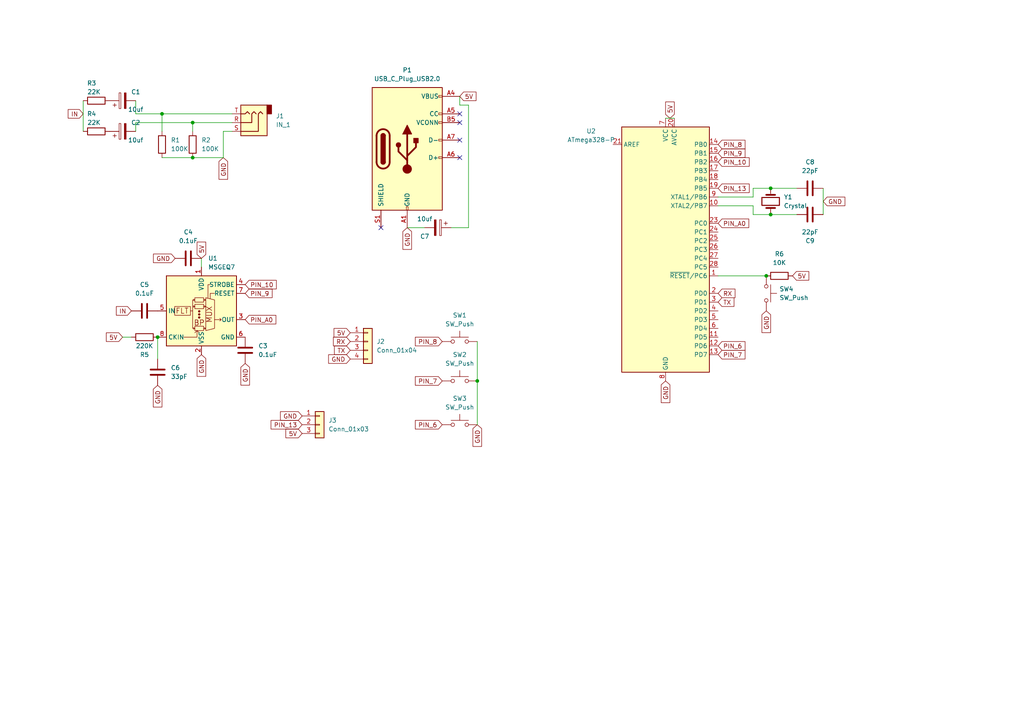
<source format=kicad_sch>
(kicad_sch (version 20230121) (generator eeschema)
  (paper "A4")
  (lib_symbols
    (symbol "Audio:MSGEQ7"
      (property "Reference" "U" (at -2.54 13.97 0))
      (property "Value" "MSGEQ7" (at -2.54 11.43 0))
      (symbol "MSGEQ7_0_0"
        (polyline (pts (xy -5.08 -7.62) (xy -1.27 -7.62) (xy -1.27 -5.715)))
        (polyline (pts (xy -1.905 -6.35) (xy -1.27 -5.715) (xy -0.635 -6.35)))
        (polyline (pts (xy 2.54 7.62) (xy 1.905 7.62) (xy 1.905 3.683)))
        (polyline (pts (xy 3.81 5.08) (xy 2.54 5.08) (xy 2.54 3.556)))
        (text "BP" (at -0.635 -3.429 0) (effects (font (size 1.524 1.524))))
        (text "FLT" (at -5.588 0 0) (effects (font (size 1.524 1.524))))
        (text "MUX" (at 2.286 -1.016 900) (effects (font (size 1.524 1.524))))
      )
      (symbol "MSGEQ7_0_1"
        (rectangle (start -3.175 -1.27) (end -7.747 1.27))
        (rectangle (start -1.905 -4.445) (end 0.635 -5.715))
        (rectangle (start -1.905 1.905) (end 0.635 0.635))
        (circle (center -0.635 -1.905) (radius 0.254) (fill (type outline)))
        (circle (center -0.635 -1.016) (radius 0.254) (fill (type outline)))
        (circle (center -0.635 -0.127) (radius 0.254) (fill (type outline)))
        (polyline (pts (xy -3.175 0) (xy -2.54 0)))
        (polyline (pts (xy -2.54 1.27) (xy -1.905 1.27)))
        (polyline (pts (xy 0.635 -5.08) (xy 1.27 -5.08)))
        (polyline (pts (xy 0.635 1.27) (xy 1.27 1.27)))
        (polyline (pts (xy 0.635 3.175) (xy 1.27 3.175)))
        (polyline (pts (xy 3.81 -2.54) (xy 5.715 -2.54)))
        (polyline (pts (xy 5.715 -2.54) (xy 5.334 -2.921)))
        (polyline (pts (xy 5.715 -2.54) (xy 5.334 -2.159)))
        (polyline (pts (xy -2.286 -4.826) (xy -2.032 -5.08) (xy -2.286 -5.334)))
        (polyline (pts (xy -2.286 1.524) (xy -2.032 1.27) (xy -2.286 1.016)))
        (polyline (pts (xy -2.286 3.429) (xy -2.032 3.175) (xy -2.286 2.921)))
        (polyline (pts (xy 0.889 -4.826) (xy 1.143 -5.08) (xy 0.889 -5.334)))
        (polyline (pts (xy 0.889 1.524) (xy 1.143 1.27) (xy 0.889 1.016)))
        (polyline (pts (xy 0.889 3.429) (xy 1.143 3.175) (xy 0.889 2.921)))
        (polyline (pts (xy -1.905 3.175) (xy -2.54 3.175) (xy -2.54 -5.08) (xy -1.905 -5.08)))
        (polyline (pts (xy 1.27 3.81) (xy 1.27 -5.715) (xy 3.81 -5.08) (xy 3.81 3.175) (xy 1.27 3.81)))
        (rectangle (start 0.635 2.54) (end -1.905 3.81))
        (rectangle (start 10.16 10.16) (end -10.16 -10.16) (stroke (width 0.254)) (fill (type background)))
      )
      (symbol "MSGEQ7_1_1"
        (pin power_in line (at 0 12.7 270) (length 2.54) (name "VDD") (number "1"))
        (pin power_in line (at 0 -12.7 90) (length 2.54) (name "VSS") (number "2"))
        (pin output line (at 12.7 -2.54 180) (length 2.54) (name "OUT") (number "3"))
        (pin input line (at 12.7 7.62 180) (length 2.54) (name "STROBE") (number "4"))
        (pin input line (at -12.7 0 0) (length 2.54) (name "IN") (number "5"))
        (pin power_out line (at 12.7 -7.62 180) (length 2.54) (name "GND") (number "6"))
        (pin input line (at 12.7 5.08 180) (length 2.54) (name "RESET") (number "7"))
        (pin input line (at -12.7 -7.62 0) (length 2.54) (name "CKIN") (number "8"))
      )
    )
    (symbol "Connector:USB_C_Plug_USB2.0" (pin_names (offset 1.016))
      (property "Reference" "P" (at -10.16 19.05 0))
      (property "Value" "USB_C_Plug_USB2.0" (at 12.7 19.05 0))
      (symbol "USB_C_Plug_USB2.0_0_0"
        (rectangle (start -0.254 -17.78) (end 0.254 -16.764))
        (rectangle (start 10.16 -2.286) (end 9.144 -2.794))
        (rectangle (start 10.16 2.794) (end 9.144 2.286))
        (rectangle (start 10.16 7.874) (end 9.144 7.366))
        (rectangle (start 10.16 10.414) (end 9.144 9.906))
        (rectangle (start 10.16 15.494) (end 9.144 14.986))
      )
      (symbol "USB_C_Plug_USB2.0_0_1"
        (rectangle (start -10.16 17.78) (end 10.16 -17.78) (stroke (width 0.254)) (fill (type background)))
        (arc (start -8.89 -3.81) (mid -6.985 -5.7067) (end -5.08 -3.81) (stroke (width 0.508)))
        (arc (start -7.62 -3.81) (mid -6.985 -4.4423) (end -6.35 -3.81) (stroke (width 0.254)))
        (arc (start -7.62 -3.81) (mid -6.985 -4.4423) (end -6.35 -3.81) (stroke (width 0.254)) (fill (type outline)))
        (rectangle (start -7.62 -3.81) (end -6.35 3.81) (stroke (width 0.254)) (fill (type outline)))
        (arc (start -6.35 3.81) (mid -6.985 4.4423) (end -7.62 3.81) (stroke (width 0.254)))
        (arc (start -6.35 3.81) (mid -6.985 4.4423) (end -7.62 3.81) (stroke (width 0.254)) (fill (type outline)))
        (arc (start -5.08 3.81) (mid -6.985 5.7067) (end -8.89 3.81) (stroke (width 0.508)))
        (circle (center -2.54 1.143) (radius 0.635) (stroke (width 0.254)) (fill (type outline)))
        (circle (center 0 -5.842) (radius 1.27) (fill (type outline)))
        (polyline (pts (xy -8.89 -3.81) (xy -8.89 3.81)) (stroke (width 0.508)))
        (polyline (pts (xy -5.08 3.81) (xy -5.08 -3.81)) (stroke (width 0.508)))
        (polyline (pts (xy 0 -5.842) (xy 0 4.318)) (stroke (width 0.508)))
        (polyline (pts (xy 0 -3.302) (xy -2.54 -0.762) (xy -2.54 0.508)) (stroke (width 0.508)))
        (polyline (pts (xy 0 -2.032) (xy 2.54 0.508) (xy 2.54 1.778)) (stroke (width 0.508)))
        (polyline (pts (xy -1.27 4.318) (xy 0 6.858) (xy 1.27 4.318) (xy -1.27 4.318)) (stroke (width 0.254)) (fill (type outline)))
        (rectangle (start 1.905 1.778) (end 3.175 3.048) (stroke (width 0.254)) (fill (type outline)))
      )
      (symbol "USB_C_Plug_USB2.0_1_1"
        (pin passive line (at 0 -22.86 90) (length 5.08) (name "GND") (number "A1"))
        (pin passive line (at 0 -22.86 90) (length 5.08) hide (name "GND") (number "A12"))
        (pin passive line (at 15.24 15.24 180) (length 5.08) (name "VBUS") (number "A4"))
        (pin bidirectional line (at 15.24 10.16 180) (length 5.08) (name "CC") (number "A5"))
        (pin bidirectional line (at 15.24 -2.54 180) (length 5.08) (name "D+") (number "A6"))
        (pin bidirectional line (at 15.24 2.54 180) (length 5.08) (name "D-") (number "A7"))
        (pin passive line (at 15.24 15.24 180) (length 5.08) hide (name "VBUS") (number "A9"))
        (pin passive line (at 0 -22.86 90) (length 5.08) hide (name "GND") (number "B1"))
        (pin passive line (at 0 -22.86 90) (length 5.08) hide (name "GND") (number "B12"))
        (pin passive line (at 15.24 15.24 180) (length 5.08) hide (name "VBUS") (number "B4"))
        (pin bidirectional line (at 15.24 7.62 180) (length 5.08) (name "VCONN") (number "B5"))
        (pin passive line (at 15.24 15.24 180) (length 5.08) hide (name "VBUS") (number "B9"))
        (pin passive line (at -7.62 -22.86 90) (length 5.08) (name "SHIELD") (number "S1"))
      )
    )
    (symbol "Connector_Audio:AudioJack3"
      (property "Reference" "J" (at 0 8.89 0))
      (property "Value" "AudioJack3" (at 0 6.35 0))
      (symbol "AudioJack3_0_1"
        (rectangle (start -5.08 -5.08) (end -6.35 -2.54) (stroke (width 0.254)) (fill (type outline)))
        (polyline (pts (xy 0 -2.54) (xy 0.635 -3.175) (xy 1.27 -2.54) (xy 2.54 -2.54)) (stroke (width 0.254)))
        (polyline (pts (xy -1.905 -2.54) (xy -1.27 -3.175) (xy -0.635 -2.54) (xy -0.635 0) (xy 2.54 0)) (stroke (width 0.254)))
        (polyline (pts (xy 2.54 2.54) (xy -2.54 2.54) (xy -2.54 -2.54) (xy -3.175 -3.175) (xy -3.81 -2.54)) (stroke (width 0.254)))
        (rectangle (start 2.54 3.81) (end -5.08 -5.08) (stroke (width 0.254)) (fill (type background)))
      )
      (symbol "AudioJack3_1_1"
        (pin passive line (at 5.08 0 180) (length 2.54) (name "~") (number "R"))
        (pin passive line (at 5.08 2.54 180) (length 2.54) (name "~") (number "S"))
        (pin passive line (at 5.08 -2.54 180) (length 2.54) (name "~") (number "T"))
      )
    )
    (symbol "Connector_Generic:Conn_01x03" (pin_names (offset 1.016) hide)
      (property "Reference" "J" (at 0 5.08 0))
      (property "Value" "Conn_01x03" (at 0 -5.08 0))
      (symbol "Conn_01x03_1_1"
        (rectangle (start -1.27 -2.413) (end 0 -2.667) (stroke (width 0.1524)))
        (rectangle (start -1.27 0.127) (end 0 -0.127) (stroke (width 0.1524)))
        (rectangle (start -1.27 2.667) (end 0 2.413) (stroke (width 0.1524)))
        (rectangle (start -1.27 3.81) (end 1.27 -3.81) (stroke (width 0.254)) (fill (type background)))
        (pin passive line (at -5.08 2.54 0) (length 3.81) (name "Pin_1") (number "1"))
        (pin passive line (at -5.08 0 0) (length 3.81) (name "Pin_2") (number "2"))
        (pin passive line (at -5.08 -2.54 0) (length 3.81) (name "Pin_3") (number "3"))
      )
    )
    (symbol "Connector_Generic:Conn_01x04" (pin_names (offset 1.016) hide)
      (property "Reference" "J" (at 0 5.08 0))
      (property "Value" "Conn_01x04" (at 0 -7.62 0))
      (symbol "Conn_01x04_1_1"
        (rectangle (start -1.27 -4.953) (end 0 -5.207) (stroke (width 0.1524)))
        (rectangle (start -1.27 -2.413) (end 0 -2.667) (stroke (width 0.1524)))
        (rectangle (start -1.27 0.127) (end 0 -0.127) (stroke (width 0.1524)))
        (rectangle (start -1.27 2.667) (end 0 2.413) (stroke (width 0.1524)))
        (rectangle (start -1.27 3.81) (end 1.27 -6.35) (stroke (width 0.254)) (fill (type background)))
        (pin passive line (at -5.08 2.54 0) (length 3.81) (name "Pin_1") (number "1"))
        (pin passive line (at -5.08 0 0) (length 3.81) (name "Pin_2") (number "2"))
        (pin passive line (at -5.08 -2.54 0) (length 3.81) (name "Pin_3") (number "3"))
        (pin passive line (at -5.08 -5.08 0) (length 3.81) (name "Pin_4") (number "4"))
      )
    )
    (symbol "Device:C" (pin_numbers hide) (pin_names (offset 0.254))
      (property "Reference" "C" (at 0.635 2.54 0))
      (property "Value" "C" (at 0.635 -2.54 0))
      (symbol "C_0_1"
        (polyline (pts (xy -2.032 -0.762) (xy 2.032 -0.762)) (stroke (width 0.508)))
        (polyline (pts (xy -2.032 0.762) (xy 2.032 0.762)) (stroke (width 0.508)))
      )
      (symbol "C_1_1"
        (pin passive line (at 0 3.81 270) (length 2.794) (name "~") (number "1"))
        (pin passive line (at 0 -3.81 90) (length 2.794) (name "~") (number "2"))
      )
    )
    (symbol "Device:C_Polarized" (pin_numbers hide) (pin_names (offset 0.254))
      (property "Reference" "C" (at 0.635 2.54 0))
      (property "Value" "C_Polarized" (at 0.635 -2.54 0))
      (symbol "C_Polarized_0_1"
        (rectangle (start -2.286 0.508) (end 2.286 1.016))
        (polyline (pts (xy -1.778 2.286) (xy -0.762 2.286)))
        (polyline (pts (xy -1.27 2.794) (xy -1.27 1.778)))
        (rectangle (start 2.286 -0.508) (end -2.286 -1.016) (fill (type outline)))
      )
      (symbol "C_Polarized_1_1"
        (pin passive line (at 0 3.81 270) (length 2.794) (name "~") (number "1"))
        (pin passive line (at 0 -3.81 90) (length 2.794) (name "~") (number "2"))
      )
    )
    (symbol "Device:Crystal" (pin_numbers hide) (pin_names (offset 1.016) hide)
      (property "Reference" "Y" (at 0 3.81 0))
      (property "Value" "Crystal" (at 0 -3.81 0))
      (symbol "Crystal_0_1"
        (rectangle (start -1.143 2.54) (end 1.143 -2.54) (stroke (width 0.3048)))
        (polyline (pts (xy -2.54 0) (xy -1.905 0)))
        (polyline (pts (xy -1.905 -1.27) (xy -1.905 1.27)) (stroke (width 0.508)))
        (polyline (pts (xy 1.905 -1.27) (xy 1.905 1.27)) (stroke (width 0.508)))
        (polyline (pts (xy 2.54 0) (xy 1.905 0)))
      )
      (symbol "Crystal_1_1"
        (pin passive line (at -3.81 0 0) (length 1.27) (name "1") (number "1"))
        (pin passive line (at 3.81 0 180) (length 1.27) (name "2") (number "2"))
      )
    )
    (symbol "Device:R" (pin_numbers hide) (pin_names (offset 0))
      (property "Reference" "R" (at 2.032 0 90))
      (property "Value" "R" (at 0 0 90))
      (symbol "R_0_1"
        (rectangle (start -1.016 -2.54) (end 1.016 2.54) (stroke (width 0.254)))
      )
      (symbol "R_1_1"
        (pin passive line (at 0 3.81 270) (length 1.27) (name "~") (number "1"))
        (pin passive line (at 0 -3.81 90) (length 1.27) (name "~") (number "2"))
      )
    )
    (symbol "MCU_Microchip_ATmega:ATmega328-P"
      (property "Reference" "U" (at -12.7 36.83 0))
      (property "Value" "ATmega328-P" (at 2.54 -36.83 0))
      (symbol "ATmega328-P_0_1"
        (rectangle (start -12.7 -35.56) (end 12.7 35.56) (stroke (width 0.254)) (fill (type background)))
      )
      (symbol "ATmega328-P_1_1"
        (pin bidirectional line (at 15.24 -7.62 180) (length 2.54) (name "~{RESET}/PC6") (number "1"))
        (pin bidirectional line (at 15.24 12.7 180) (length 2.54) (name "XTAL2/PB7") (number "10"))
        (pin bidirectional line (at 15.24 -25.4 180) (length 2.54) (name "PD5") (number "11"))
        (pin bidirectional line (at 15.24 -27.94 180) (length 2.54) (name "PD6") (number "12"))
        (pin bidirectional line (at 15.24 -30.48 180) (length 2.54) (name "PD7") (number "13"))
        (pin bidirectional line (at 15.24 30.48 180) (length 2.54) (name "PB0") (number "14"))
        (pin bidirectional line (at 15.24 27.94 180) (length 2.54) (name "PB1") (number "15"))
        (pin bidirectional line (at 15.24 25.4 180) (length 2.54) (name "PB2") (number "16"))
        (pin bidirectional line (at 15.24 22.86 180) (length 2.54) (name "PB3") (number "17"))
        (pin bidirectional line (at 15.24 20.32 180) (length 2.54) (name "PB4") (number "18"))
        (pin bidirectional line (at 15.24 17.78 180) (length 2.54) (name "PB5") (number "19"))
        (pin bidirectional line (at 15.24 -12.7 180) (length 2.54) (name "PD0") (number "2"))
        (pin power_in line (at 2.54 38.1 270) (length 2.54) (name "AVCC") (number "20"))
        (pin passive line (at -15.24 30.48 0) (length 2.54) (name "AREF") (number "21"))
        (pin passive line (at 0 -38.1 90) (length 2.54) hide (name "GND") (number "22"))
        (pin bidirectional line (at 15.24 7.62 180) (length 2.54) (name "PC0") (number "23"))
        (pin bidirectional line (at 15.24 5.08 180) (length 2.54) (name "PC1") (number "24"))
        (pin bidirectional line (at 15.24 2.54 180) (length 2.54) (name "PC2") (number "25"))
        (pin bidirectional line (at 15.24 0 180) (length 2.54) (name "PC3") (number "26"))
        (pin bidirectional line (at 15.24 -2.54 180) (length 2.54) (name "PC4") (number "27"))
        (pin bidirectional line (at 15.24 -5.08 180) (length 2.54) (name "PC5") (number "28"))
        (pin bidirectional line (at 15.24 -15.24 180) (length 2.54) (name "PD1") (number "3"))
        (pin bidirectional line (at 15.24 -17.78 180) (length 2.54) (name "PD2") (number "4"))
        (pin bidirectional line (at 15.24 -20.32 180) (length 2.54) (name "PD3") (number "5"))
        (pin bidirectional line (at 15.24 -22.86 180) (length 2.54) (name "PD4") (number "6"))
        (pin power_in line (at 0 38.1 270) (length 2.54) (name "VCC") (number "7"))
        (pin power_in line (at 0 -38.1 90) (length 2.54) (name "GND") (number "8"))
        (pin bidirectional line (at 15.24 15.24 180) (length 2.54) (name "XTAL1/PB6") (number "9"))
      )
    )
    (symbol "Switch:SW_Push" (pin_numbers hide) (pin_names (offset 1.016) hide)
      (property "Reference" "SW" (at 1.27 2.54 0))
      (property "Value" "SW_Push" (at 0 -1.524 0))
      (symbol "SW_Push_0_1"
        (circle (center -2.032 0) (radius 0.508))
        (polyline (pts (xy 0 1.27) (xy 0 3.048)))
        (polyline (pts (xy 2.54 1.27) (xy -2.54 1.27)))
        (circle (center 2.032 0) (radius 0.508))
        (pin passive line (at -5.08 0 0) (length 2.54) (name "1") (number "1"))
        (pin passive line (at 5.08 0 180) (length 2.54) (name "2") (number "2"))
      )
    )
  )
  (junction (at 223.52 62.23))
  (junction (at 223.52 54.61))
  (junction (at 45.72 97.79))
  (junction (at 138.43 110.49))
  (junction (at 55.88 45.72))
  (junction (at 222.25 80.01))
  (junction (at 46.99 33.02))
  (junction (at 55.88 35.56))
  (no_connect (at 133.35 35.56))
  (no_connect (at 133.35 33.02))
  (no_connect (at 133.35 45.72))
  (no_connect (at 110.49 66.04))
  (no_connect (at 133.35 40.64))
  (wire (pts (xy 208.28 59.69) (xy 218.44 59.69)))
  (wire (pts (xy 193.04 34.29) (xy 195.58 34.29)))
  (wire (pts (xy 218.44 59.69) (xy 218.44 62.23)))
  (wire (pts (xy 46.99 33.02) (xy 46.99 38.1)))
  (wire (pts (xy 64.77 38.1) (xy 64.77 45.72)))
  (wire (pts (xy 238.76 54.61) (xy 238.76 62.23)))
  (wire (pts (xy 39.37 35.56) (xy 39.37 38.1)))
  (wire (pts (xy 223.52 54.61) (xy 231.14 54.61)))
  (wire (pts (xy 133.35 30.48) (xy 135.89 30.48)))
  (wire (pts (xy 39.37 29.21) (xy 39.37 33.02)))
  (wire (pts (xy 223.52 54.61) (xy 218.44 54.61)))
  (wire (pts (xy 55.88 45.72) (xy 64.77 45.72)))
  (wire (pts (xy 223.52 62.23) (xy 231.14 62.23)))
  (wire (pts (xy 46.99 45.72) (xy 55.88 45.72)))
  (wire (pts (xy 55.88 38.1) (xy 55.88 35.56)))
  (wire (pts (xy 208.28 80.01) (xy 222.25 80.01)))
  (wire (pts (xy 58.42 74.93) (xy 58.42 77.47)))
  (wire (pts (xy 39.37 33.02) (xy 46.99 33.02)))
  (wire (pts (xy 45.72 97.79) (xy 45.72 104.14)))
  (wire (pts (xy 55.88 35.56) (xy 39.37 35.56)))
  (wire (pts (xy 218.44 62.23) (xy 223.52 62.23)))
  (wire (pts (xy 218.44 57.15) (xy 208.28 57.15)))
  (wire (pts (xy 133.35 27.94) (xy 133.35 30.48)))
  (wire (pts (xy 138.43 110.49) (xy 138.43 123.19)))
  (wire (pts (xy 35.56 97.79) (xy 38.1 97.79)))
  (wire (pts (xy 24.13 29.21) (xy 24.13 38.1)))
  (wire (pts (xy 67.31 38.1) (xy 64.77 38.1)))
  (wire (pts (xy 67.31 33.02) (xy 46.99 33.02)))
  (wire (pts (xy 135.89 30.48) (xy 135.89 66.04)))
  (wire (pts (xy 130.81 66.04) (xy 135.89 66.04)))
  (wire (pts (xy 118.11 66.04) (xy 123.19 66.04)))
  (wire (pts (xy 218.44 54.61) (xy 218.44 57.15)))
  (wire (pts (xy 138.43 99.06) (xy 138.43 110.49)))
  (wire (pts (xy 55.88 35.56) (xy 67.31 35.56)))
  (global_label "PIN_6" (shape input) (at 208.28 100.33 0) (property "Intersheetrefs" "${INTERSHEET_REFS}" (effects hide)))
  (global_label "5V" (shape input) (at 87.63 125.73 180) (property "Intersheetrefs" "${INTERSHEET_REFS}" (effects hide)))
  (global_label "PIN_9" (shape input) (at 71.12 85.09 0) (property "Intersheetrefs" "${INTERSHEET_REFS}" (effects hide)))
  (global_label "PIN_9" (shape input) (at 208.28 44.45 0) (property "Intersheetrefs" "${INTERSHEET_REFS}" (effects hide)))
  (global_label "RX" (shape input) (at 101.6 99.06 180) (property "Intersheetrefs" "${INTERSHEET_REFS}" (effects hide)))
  (global_label "PIN_13" (shape input) (at 87.63 123.19 180) (property "Intersheetrefs" "${INTERSHEET_REFS}" (effects hide)))
  (global_label "PIN_A0" (shape input) (at 71.12 92.71 0) (property "Intersheetrefs" "${INTERSHEET_REFS}" (effects hide)))
  (global_label "GND" (shape input) (at 193.04 110.49 270) (property "Intersheetrefs" "${INTERSHEET_REFS}" (effects hide)))
  (global_label "PIN_10" (shape input) (at 208.28 46.99 0) (property "Intersheetrefs" "${INTERSHEET_REFS}" (effects hide)))
  (global_label "GND" (shape input) (at 118.11 66.04 270) (property "Intersheetrefs" "${INTERSHEET_REFS}" (effects hide)))
  (global_label "PIN_13" (shape input) (at 208.28 54.61 0) (property "Intersheetrefs" "${INTERSHEET_REFS}" (effects hide)))
  (global_label "GND" (shape input) (at 58.42 102.87 270) (property "Intersheetrefs" "${INTERSHEET_REFS}" (effects hide)))
  (global_label "GND" (shape input) (at 222.25 90.17 270) (property "Intersheetrefs" "${INTERSHEET_REFS}" (effects hide)))
  (global_label "PIN_6" (shape input) (at 128.27 123.19 180) (property "Intersheetrefs" "${INTERSHEET_REFS}" (effects hide)))
  (global_label "TX" (shape input) (at 208.28 87.63 0) (property "Intersheetrefs" "${INTERSHEET_REFS}" (effects hide)))
  (global_label "GND" (shape input) (at 71.12 105.41 270) (property "Intersheetrefs" "${INTERSHEET_REFS}" (effects hide)))
  (global_label "PIN_8" (shape input) (at 208.28 41.91 0) (property "Intersheetrefs" "${INTERSHEET_REFS}" (effects hide)))
  (global_label "IN" (shape input) (at 24.13 33.02 180) (property "Intersheetrefs" "${INTERSHEET_REFS}" (effects hide)))
  (global_label "PIN_8" (shape input) (at 128.27 99.06 180) (property "Intersheetrefs" "${INTERSHEET_REFS}" (effects hide)))
  (global_label "GND" (shape input) (at 101.6 104.14 180) (property "Intersheetrefs" "${INTERSHEET_REFS}" (effects hide)))
  (global_label "GND" (shape input) (at 64.77 45.72 270) (property "Intersheetrefs" "${INTERSHEET_REFS}" (effects hide)))
  (global_label "PIN_7" (shape input) (at 208.28 102.87 0) (property "Intersheetrefs" "${INTERSHEET_REFS}" (effects hide)))
  (global_label "5V" (shape input) (at 101.6 96.52 180) (property "Intersheetrefs" "${INTERSHEET_REFS}" (effects hide)))
  (global_label "5V" (shape input) (at 35.56 97.79 180) (property "Intersheetrefs" "${INTERSHEET_REFS}" (effects hide)))
  (global_label "GND" (shape input) (at 87.63 120.65 180) (property "Intersheetrefs" "${INTERSHEET_REFS}" (effects hide)))
  (global_label "5V" (shape input) (at 133.35 27.94 0) (property "Intersheetrefs" "${INTERSHEET_REFS}" (effects hide)))
  (global_label "GND" (shape input) (at 138.43 123.19 270) (property "Intersheetrefs" "${INTERSHEET_REFS}" (effects hide)))
  (global_label "5V" (shape input) (at 58.42 74.93 90) (property "Intersheetrefs" "${INTERSHEET_REFS}" (effects hide)))
  (global_label "PIN_7" (shape input) (at 128.27 110.49 180) (property "Intersheetrefs" "${INTERSHEET_REFS}" (effects hide)))
  (global_label "GND" (shape input) (at 45.72 111.76 270) (property "Intersheetrefs" "${INTERSHEET_REFS}" (effects hide)))
  (global_label "GND" (shape input) (at 238.76 58.42 0) (property "Intersheetrefs" "${INTERSHEET_REFS}" (effects hide)))
  (global_label "5V" (shape input) (at 194.31 34.29 90) (property "Intersheetrefs" "${INTERSHEET_REFS}" (effects hide)))
  (global_label "TX" (shape input) (at 101.6 101.6 180) (property "Intersheetrefs" "${INTERSHEET_REFS}" (effects hide)))
  (global_label "IN" (shape input) (at 38.1 90.17 180) (property "Intersheetrefs" "${INTERSHEET_REFS}" (effects hide)))
  (global_label "GND" (shape input) (at 50.8 74.93 180) (property "Intersheetrefs" "${INTERSHEET_REFS}" (effects hide)))
  (global_label "PIN_10" (shape input) (at 71.12 82.55 0) (property "Intersheetrefs" "${INTERSHEET_REFS}" (effects hide)))
  (global_label "PIN_A0" (shape input) (at 208.28 64.77 0) (property "Intersheetrefs" "${INTERSHEET_REFS}" (effects hide)))
  (global_label "5V" (shape input) (at 229.87 80.01 0) (property "Intersheetrefs" "${INTERSHEET_REFS}" (effects hide)))
  (global_label "RX" (shape input) (at 208.28 85.09 0) (property "Intersheetrefs" "${INTERSHEET_REFS}" (effects hide)))
  (symbol (lib_id "Switch:SW_Push") (at 133.35 110.49 0) (unit 1)
    (property "Reference" "SW2" (at 133.35 102.87 0))
    (property "Value" "SW_Push" (at 133.35 105.41 0))
    (property "Footprint" "Button_Switch_SMD:Panasonic_EVQPUJ_EVQPUA" (effects hide))
  )
  (symbol (lib_id "Audio:MSGEQ7") (at 58.42 90.17 0) (unit 1)
    (property "Reference" "U1" (at 60.3759 74.93 0) (effects (justify left)))
    (property "Value" "MSGEQ7" (at 60.3759 77.47 0) (effects (justify left)))
    (property "Footprint" "Package_DIP:DIP-8_W7.62mm_LongPads" (effects hide))
    (property "Datasheet" "http://mix-sig.com/images/datasheets/MSGEQ7.pdf" (effects hide))
  )
  (symbol (lib_id "Device:C") (at 234.95 54.61 90) (unit 1)
    (property "Reference" "C8" (at 234.95 46.99 90))
    (property "Value" "22pF" (at 234.95 49.53 90))
    (property "Footprint" "Capacitor_THT:C_Disc_D4.3mm_W1.9mm_P5.00mm" (effects hide))
  )
  (symbol (lib_id "Switch:SW_Push") (at 222.25 85.09 270) (unit 1)
    (property "Reference" "SW4" (at 226.06 83.82 90) (effects (justify left)))
    (property "Value" "SW_Push" (at 226.06 86.36 90) (effects (justify left)))
    (property "Footprint" "Button_Switch_SMD:Panasonic_EVQPUJ_EVQPUA" (effects hide))
  )
  (symbol (lib_id "Connector:USB_C_Plug_USB2.0") (at 118.11 43.18 0) (unit 1)
    (property "Reference" "P1" (at 118.11 20.32 0))
    (property "Value" "USB_C_Plug_USB2.0" (at 118.11 22.86 0))
    (property "Footprint" "Connector_USB:USB_C_Receptacle_GCT_USB4135-GF-A_6P_TopMnt_Horizontal" (effects hide))
    (property "Datasheet" "https://www.usb.org/sites/default/files/documents/usb_type-c.zip" (effects hide))
  )
  (symbol (lib_id "Device:C") (at 54.61 74.93 90) (unit 1)
    (property "Reference" "C4" (at 54.61 67.31 90))
    (property "Value" "0.1uF" (at 54.61 69.85 90))
    (property "Footprint" "Capacitor_THT:C_Disc_D4.3mm_W1.9mm_P5.00mm" (effects hide))
  )
  (symbol (lib_id "Connector_Generic:Conn_01x03") (at 92.71 123.19 0) (unit 1)
    (property "Reference" "J3" (at 95.25 121.92 0) (effects (justify left)))
    (property "Value" "Conn_01x03" (at 95.25 124.46 0) (effects (justify left)))
    (property "Footprint" "Connector_JST:JST_XH_S3B-XH-A-1_1x03_P2.50mm_Horizontal" (effects hide))
  )
  (symbol (lib_id "Switch:SW_Push") (at 133.35 99.06 0) (unit 1)
    (property "Reference" "SW1" (at 133.35 91.44 0))
    (property "Value" "SW_Push" (at 133.35 93.98 0))
    (property "Footprint" "Button_Switch_SMD:Panasonic_EVQPUJ_EVQPUA" (effects hide))
  )
  (symbol (lib_id "Connector_Generic:Conn_01x04") (at 106.68 99.06 0) (unit 1)
    (property "Reference" "J2" (at 109.22 99.06 0) (effects (justify left)))
    (property "Value" "Conn_01x04" (at 109.22 101.6 0) (effects (justify left)))
    (property "Footprint" "Connector_PinHeader_2.54mm:PinHeader_1x04_P2.54mm_Vertical" (effects hide))
  )
  (symbol (lib_id "MCU_Microchip_ATmega:ATmega328-P") (at 193.04 72.39 0) (unit 1)
    (property "Reference" "U2" (at 171.45 38.0239 0))
    (property "Value" "ATmega328-P" (at 171.45 40.5639 0))
    (property "Footprint" "Package_DIP:DIP-28_W7.62mm" (effects hide))
    (property "Datasheet" "http://ww1.microchip.com/downloads/en/DeviceDoc/ATmega328_P%20AVR%20MCU%20with%20picoPower%20Technology%20Data%20Sheet%2040001984A.pdf" (effects hide))
  )
  (symbol (lib_id "Device:C") (at 234.95 62.23 90) (unit 1)
    (property "Reference" "C9" (at 234.95 69.85 90))
    (property "Value" "22pF" (at 234.95 67.31 90))
    (property "Footprint" "Capacitor_THT:C_Disc_D4.3mm_W1.9mm_P5.00mm" (effects hide))
  )
  (symbol (lib_id "Device:C_Polarized") (at 127 66.04 270) (unit 1)
    (property "Reference" "C7" (at 123.19 68.58 90))
    (property "Value" "10uf" (at 123.19 63.5 90))
    (property "Footprint" "Capacitor_THT:CP_Radial_D4.0mm_P1.50mm" (effects hide))
  )
  (symbol (lib_id "Device:C") (at 71.12 101.6 0) (unit 1)
    (property "Reference" "C3" (at 74.93 100.33 0) (effects (justify left)))
    (property "Value" "0.1uF" (at 74.93 102.87 0) (effects (justify left)))
    (property "Footprint" "Capacitor_THT:C_Disc_D4.3mm_W1.9mm_P5.00mm" (effects hide))
  )
  (symbol (lib_id "Switch:SW_Push") (at 133.35 123.19 0) (unit 1)
    (property "Reference" "SW3" (at 133.35 115.57 0))
    (property "Value" "SW_Push" (at 133.35 118.11 0))
    (property "Footprint" "Button_Switch_SMD:Panasonic_EVQPUJ_EVQPUA" (effects hide))
  )
  (symbol (lib_id "Device:C_Polarized") (at 35.56 38.1 90) (unit 1)
    (property "Reference" "C2" (at 39.37 35.56 90))
    (property "Value" "10uf" (at 39.37 40.64 90))
    (property "Footprint" "Capacitor_THT:CP_Radial_D4.0mm_P1.50mm" (effects hide))
  )
  (symbol (lib_id "Device:R") (at 55.88 41.91 0) (unit 1)
    (property "Reference" "R2" (at 58.42 40.64 0) (effects (justify left)))
    (property "Value" "100K" (at 58.42 43.18 0) (effects (justify left)))
    (property "Footprint" "Resistor_THT:R_Axial_DIN0207_L6.3mm_D2.5mm_P7.62mm_Horizontal" (effects hide))
  )
  (symbol (lib_id "Device:R") (at 46.99 41.91 0) (unit 1)
    (property "Reference" "R1" (at 49.53 40.64 0) (effects (justify left)))
    (property "Value" "100K" (at 49.53 43.18 0) (effects (justify left)))
    (property "Footprint" "Resistor_THT:R_Axial_DIN0207_L6.3mm_D2.5mm_P7.62mm_Horizontal" (effects hide))
  )
  (symbol (lib_id "Device:R") (at 27.94 38.1 90) (unit 1)
    (property "Reference" "R4" (at 27.94 33.02 90) (effects (justify left)))
    (property "Value" "22K" (at 29.21 35.56 90) (effects (justify left)))
    (property "Footprint" "Resistor_THT:R_Axial_DIN0207_L6.3mm_D2.5mm_P7.62mm_Horizontal" (effects hide))
  )
  (symbol (lib_id "Device:R") (at 226.06 80.01 90) (unit 1)
    (property "Reference" "R6" (at 226.06 73.66 90))
    (property "Value" "10K" (at 226.06 76.2 90))
    (property "Footprint" "Resistor_THT:R_Axial_DIN0207_L6.3mm_D2.5mm_P7.62mm_Horizontal" (effects hide))
  )
  (symbol (lib_id "Connector_Audio:AudioJack3") (at 72.39 35.56 180) (unit 1)
    (property "Reference" "J1" (at 80.01 33.655 0) (effects (justify right)))
    (property "Value" "IN_1" (at 80.01 36.195 0) (effects (justify right)))
    (property "Footprint" "Connector_Audio:Jack_3.5mm_CUI_SJ1-3523N_Horizontal" (effects hide))
  )
  (symbol (lib_id "Device:C_Polarized") (at 35.56 29.21 90) (unit 1)
    (property "Reference" "C1" (at 39.37 26.67 90))
    (property "Value" "10uf" (at 39.37 31.75 90))
    (property "Footprint" "Capacitor_THT:CP_Radial_D4.0mm_P1.50mm" (effects hide))
  )
  (symbol (lib_id "Device:R") (at 27.94 29.21 90) (unit 1)
    (property "Reference" "R3" (at 27.94 24.13 90) (effects (justify left)))
    (property "Value" "22K" (at 29.21 26.67 90) (effects (justify left)))
    (property "Footprint" "Resistor_THT:R_Axial_DIN0207_L6.3mm_D2.5mm_P7.62mm_Horizontal" (effects hide))
  )
  (symbol (lib_id "Device:R") (at 41.91 97.79 90) (unit 1)
    (property "Reference" "R5" (at 41.91 102.87 90))
    (property "Value" "220K" (at 41.91 100.33 90))
    (property "Footprint" "Resistor_THT:R_Axial_DIN0207_L6.3mm_D2.5mm_P7.62mm_Horizontal" (effects hide))
  )
  (symbol (lib_id "Device:Crystal") (at 223.52 58.42 90) (unit 1)
    (property "Reference" "Y1" (at 227.33 57.15 90) (effects (justify right)))
    (property "Value" "Crystal" (at 227.33 59.69 90) (effects (justify right)))
    (property "Footprint" "Crystal:Crystal_HC49-4H_Vertical" (effects hide))
  )
  (symbol (lib_id "Device:C") (at 41.91 90.17 90) (unit 1)
    (property "Reference" "C5" (at 41.91 82.55 90))
    (property "Value" "0.1uF" (at 41.91 85.09 90))
    (property "Footprint" "Capacitor_THT:C_Disc_D4.3mm_W1.9mm_P5.00mm" (effects hide))
  )
  (symbol (lib_id "Device:C") (at 45.72 107.95 0) (unit 1)
    (property "Reference" "C6" (at 49.53 106.68 0) (effects (justify left)))
    (property "Value" "33pF" (at 49.53 109.22 0) (effects (justify left)))
    (property "Footprint" "Capacitor_THT:C_Disc_D4.3mm_W1.9mm_P5.00mm" (effects hide))
  )
)
</source>
